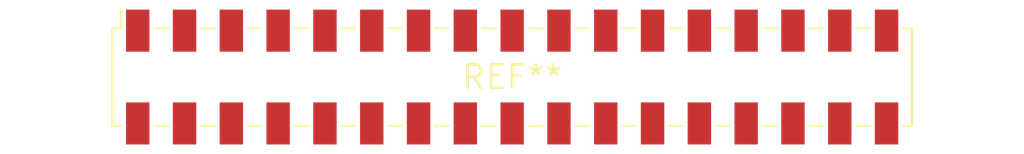
<source format=kicad_pcb>
(kicad_pcb (version 20240108) (generator pcbnew)
  (layers (0 "F.Cu" signal) (31 "B.Cu" signal) (34 "B.Paste" user) (35 "F.Paste" user) (36 "B.SilkS" user "B.Silkscreen") (37 "F.SilkS" user "F.Silkscreen") (38 "B.Mask" user) (39 "F.Mask" user) (44 "Edge.Cuts" user))
  (net 0 "")
  (footprint "Samtec_HLE-117-02-xxx-DV_2x17_P2.54mm_Horizontal" (layer "F.Cu") (at 0 0)
    (property "Reference" "REF**")
    (property "Value" "Samtec_HLE-117-02-xxx-DV_2x17_P2.54mm_Horizontal")
    (fp_line (start -21.7 -2.65) (end -21.7 2.65) (layer "F.SilkS") (stroke (width 0.12)))
    (fp_line (start -21.7 2.65) (end -21.215 2.65) (layer "F.SilkS") (stroke (width 0.12)))
    (fp_line (start -21.215 -3.67) (end -21.215 -2.65) (layer "F.SilkS") (stroke (width 0.12)))
    (fp_line (start -21.215 -2.65) (end -21.7 -2.65) (layer "F.SilkS") (stroke (width 0.12)))
    (fp_line (start -19.425 -2.65) (end -18.675 -2.65) (layer "F.SilkS") (stroke (width 0.12)))
    (fp_line (start -19.425 2.65) (end -18.675 2.65) (layer "F.SilkS") (stroke (width 0.12)))
    (fp_line (start -16.885 -2.65) (end -16.135 -2.65) (layer "F.SilkS") (stroke (width 0.12)))
    (fp_line (start -16.885 2.65) (end -16.135 2.65) (layer "F.SilkS") (stroke (width 0.12)))
    (fp_line (start -14.345 -2.65) (end -13.595 -2.65) (layer "F.SilkS") (stroke (width 0.12)))
    (fp_line (start -14.345 2.65) (end -13.595 2.65) (layer "F.SilkS") (stroke (width 0.12)))
    (fp_line (start -11.805 -2.65) (end -11.055 -2.65) (layer "F.SilkS") (stroke (width 0.12)))
    (fp_line (start -11.805 2.65) (end -11.055 2.65) (layer "F.SilkS") (stroke (width 0.12)))
    (fp_line (start -9.265 -2.65) (end -8.515 -2.65) (layer "F.SilkS") (stroke (width 0.12)))
    (fp_line (start -9.265 2.65) (end -8.515 2.65) (layer "F.SilkS") (stroke (width 0.12)))
    (fp_line (start -6.725 -2.65) (end -5.975 -2.65) (layer "F.SilkS") (stroke (width 0.12)))
    (fp_line (start -6.725 2.65) (end -5.975 2.65) (layer "F.SilkS") (stroke (width 0.12)))
    (fp_line (start -4.185 -2.65) (end -3.435 -2.65) (layer "F.SilkS") (stroke (width 0.12)))
    (fp_line (start -4.185 2.65) (end -3.435 2.65) (layer "F.SilkS") (stroke (width 0.12)))
    (fp_line (start -1.645 -2.65) (end -0.895 -2.65) (layer "F.SilkS") (stroke (width 0.12)))
    (fp_line (start -1.645 2.65) (end -0.895 2.65) (layer "F.SilkS") (stroke (width 0.12)))
    (fp_line (start 0.895 -2.65) (end 1.645 -2.65) (layer "F.SilkS") (stroke (width 0.12)))
    (fp_line (start 0.895 2.65) (end 1.645 2.65) (layer "F.SilkS") (stroke (width 0.12)))
    (fp_line (start 3.435 -2.65) (end 4.185 -2.65) (layer "F.SilkS") (stroke (width 0.12)))
    (fp_line (start 3.435 2.65) (end 4.185 2.65) (layer "F.SilkS") (stroke (width 0.12)))
    (fp_line (start 5.975 -2.65) (end 6.725 -2.65) (layer "F.SilkS") (stroke (width 0.12)))
    (fp_line (start 5.975 2.65) (end 6.725 2.65) (layer "F.SilkS") (stroke (width 0.12)))
    (fp_line (start 8.515 -2.65) (end 9.265 -2.65) (layer "F.SilkS") (stroke (width 0.12)))
    (fp_line (start 8.515 2.65) (end 9.265 2.65) (layer "F.SilkS") (stroke (width 0.12)))
    (fp_line (start 11.055 -2.65) (end 11.805 -2.65) (layer "F.SilkS") (stroke (width 0.12)))
    (fp_line (start 11.055 2.65) (end 11.805 2.65) (layer "F.SilkS") (stroke (width 0.12)))
    (fp_line (start 13.595 -2.65) (end 14.345 -2.65) (layer "F.SilkS") (stroke (width 0.12)))
    (fp_line (start 13.595 2.65) (end 14.345 2.65) (layer "F.SilkS") (stroke (width 0.12)))
    (fp_line (start 16.135 -2.65) (end 16.885 -2.65) (layer "F.SilkS") (stroke (width 0.12)))
    (fp_line (start 16.135 2.65) (end 16.885 2.65) (layer "F.SilkS") (stroke (width 0.12)))
    (fp_line (start 18.675 -2.65) (end 19.425 -2.65) (layer "F.SilkS") (stroke (width 0.12)))
    (fp_line (start 18.675 2.65) (end 19.425 2.65) (layer "F.SilkS") (stroke (width 0.12)))
    (fp_line (start 21.215 -2.65) (end 21.7 -2.65) (layer "F.SilkS") (stroke (width 0.12)))
    (fp_line (start 21.7 -2.65) (end 21.7 2.65) (layer "F.SilkS") (stroke (width 0.12)))
    (fp_line (start 21.7 2.65) (end 21.215 2.65) (layer "F.SilkS") (stroke (width 0.12)))
    (pad "1" smd rect (at -20.32 -2.525) (size 1.27 2.29) (layers "F.Cu" "F.Paste" "F.Mask"))
    (pad "2" smd rect (at -20.32 2.525) (size 1.27 2.29) (layers "F.Cu" "F.Paste" "F.Mask"))
    (pad "3" smd rect (at -17.78 -2.525) (size 1.27 2.29) (layers "F.Cu" "F.Paste" "F.Mask"))
    (pad "4" smd rect (at -17.78 2.525) (size 1.27 2.29) (layers "F.Cu" "F.Paste" "F.Mask"))
    (pad "5" smd rect (at -15.24 -2.525) (size 1.27 2.29) (layers "F.Cu" "F.Paste" "F.Mask"))
    (pad "6" smd rect (at -15.24 2.525) (size 1.27 2.29) (layers "F.Cu" "F.Paste" "F.Mask"))
    (pad "7" smd rect (at -12.7 -2.525) (size 1.27 2.29) (layers "F.Cu" "F.Paste" "F.Mask"))
    (pad "8" smd rect (at -12.7 2.525) (size 1.27 2.29) (layers "F.Cu" "F.Paste" "F.Mask"))
    (pad "9" smd rect (at -10.16 -2.525) (size 1.27 2.29) (layers "F.Cu" "F.Paste" "F.Mask"))
    (pad "10" smd rect (at -10.16 2.525) (size 1.27 2.29) (layers "F.Cu" "F.Paste" "F.Mask"))
    (pad "11" smd rect (at -7.62 -2.525) (size 1.27 2.29) (layers "F.Cu" "F.Paste" "F.Mask"))
    (pad "12" smd rect (at -7.62 2.525) (size 1.27 2.29) (layers "F.Cu" "F.Paste" "F.Mask"))
    (pad "13" smd rect (at -5.08 -2.525) (size 1.27 2.29) (layers "F.Cu" "F.Paste" "F.Mask"))
    (pad "14" smd rect (at -5.08 2.525) (size 1.27 2.29) (layers "F.Cu" "F.Paste" "F.Mask"))
    (pad "15" smd rect (at -2.54 -2.525) (size 1.27 2.29) (layers "F.Cu" "F.Paste" "F.Mask"))
    (pad "16" smd rect (at -2.54 2.525) (size 1.27 2.29) (layers "F.Cu" "F.Paste" "F.Mask"))
    (pad "17" smd rect (at 0 -2.525) (size 1.27 2.29) (layers "F.Cu" "F.Paste" "F.Mask"))
    (pad "18" smd rect (at 0 2.525) (size 1.27 2.29) (layers "F.Cu" "F.Paste" "F.Mask"))
    (pad "19" smd rect (at 2.54 -2.525) (size 1.27 2.29) (layers "F.Cu" "F.Paste" "F.Mask"))
    (pad "20" smd rect (at 2.54 2.525) (size 1.27 2.29) (layers "F.Cu" "F.Paste" "F.Mask"))
    (pad "21" smd rect (at 5.08 -2.525) (size 1.27 2.29) (layers "F.Cu" "F.Paste" "F.Mask"))
    (pad "22" smd rect (at 5.08 2.525) (size 1.27 2.29) (layers "F.Cu" "F.Paste" "F.Mask"))
    (pad "23" smd rect (at 7.62 -2.525) (size 1.27 2.29) (layers "F.Cu" "F.Paste" "F.Mask"))
    (pad "24" smd rect (at 7.62 2.525) (size 1.27 2.29) (layers "F.Cu" "F.Paste" "F.Mask"))
    (pad "25" smd rect (at 10.16 -2.525) (size 1.27 2.29) (layers "F.Cu" "F.Paste" "F.Mask"))
    (pad "26" smd rect (at 10.16 2.525) (size 1.27 2.29) (layers "F.Cu" "F.Paste" "F.Mask"))
    (pad "27" smd rect (at 12.7 -2.525) (size 1.27 2.29) (layers "F.Cu" "F.Paste" "F.Mask"))
    (pad "28" smd rect (at 12.7 2.525) (size 1.27 2.29) (layers "F.Cu" "F.Paste" "F.Mask"))
    (pad "29" smd rect (at 15.24 -2.525) (size 1.27 2.29) (layers "F.Cu" "F.Paste" "F.Mask"))
    (pad "30" smd rect (at 15.24 2.525) (size 1.27 2.29) (layers "F.Cu" "F.Paste" "F.Mask"))
    (pad "31" smd rect (at 17.78 -2.525) (size 1.27 2.29) (layers "F.Cu" "F.Paste" "F.Mask"))
    (pad "32" smd rect (at 17.78 2.525) (size 1.27 2.29) (layers "F.Cu" "F.Paste" "F.Mask"))
    (pad "33" smd rect (at 20.32 -2.525) (size 1.27 2.29) (layers "F.Cu" "F.Paste" "F.Mask"))
    (pad "34" smd rect (at 20.32 2.525) (size 1.27 2.29) (layers "F.Cu" "F.Paste" "F.Mask"))
  )
)
</source>
